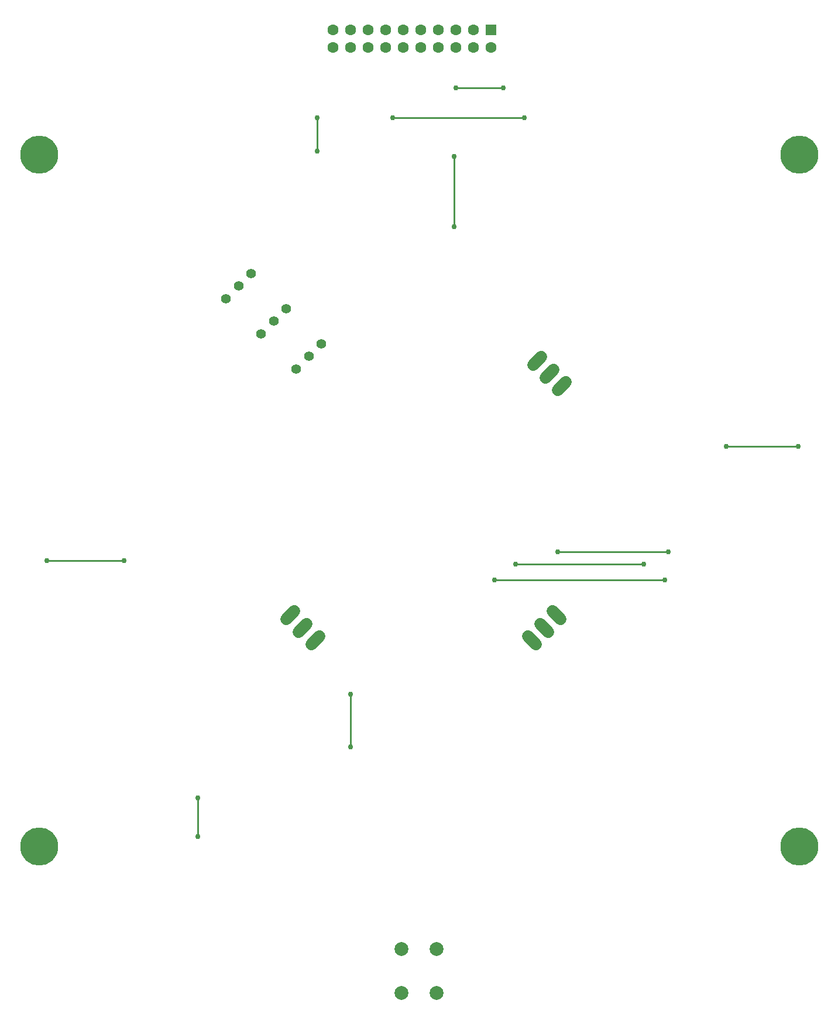
<source format=gbr>
G04 EAGLE Gerber RS-274X export*
G75*
%MOMM*%
%FSLAX34Y34*%
%LPD*%
%INTop Copper*%
%IPPOS*%
%AMOC8*
5,1,8,0,0,1.08239X$1,22.5*%
G01*
%ADD10C,1.400000*%
%ADD11C,2.000000*%
%ADD12R,1.600000X1.600000*%
%ADD13C,1.600000*%
%ADD14C,1.676400*%
%ADD15C,0.756400*%
%ADD16C,0.254000*%
%ADD17C,5.500000*%


D10*
X622300Y990600D03*
X640261Y1008561D03*
X658221Y1026521D03*
X571500Y1041400D03*
X589461Y1059361D03*
X607421Y1077321D03*
X520700Y1092200D03*
X538661Y1110161D03*
X556621Y1128121D03*
D11*
X774700Y152400D03*
X825500Y152400D03*
X825500Y88900D03*
X774700Y88900D03*
D12*
X904240Y1480820D03*
D13*
X904240Y1455420D03*
X878840Y1480820D03*
X878840Y1455420D03*
X853440Y1480820D03*
X853440Y1455420D03*
X828040Y1480820D03*
X828040Y1455420D03*
X802640Y1480820D03*
X802640Y1455420D03*
X777240Y1480820D03*
X777240Y1455420D03*
X751840Y1480820D03*
X751840Y1455420D03*
X726440Y1480820D03*
X726440Y1455420D03*
X701040Y1480820D03*
X701040Y1455420D03*
X675640Y1480820D03*
X675640Y1455420D03*
D14*
X993292Y640289D02*
X1005146Y628435D01*
X987186Y610474D02*
X975332Y622328D01*
X957371Y604368D02*
X969225Y592514D01*
X655529Y604368D02*
X643675Y592514D01*
X625714Y610474D02*
X637568Y622328D01*
X619608Y640289D02*
X607754Y628435D01*
X964991Y995832D02*
X976845Y1007686D01*
X994806Y989726D02*
X982952Y977872D01*
X1000912Y959911D02*
X1012766Y971765D01*
D15*
X652780Y1305560D03*
D16*
X652780Y1353820D01*
D15*
X652780Y1353820D03*
X909320Y685800D03*
D16*
X1155700Y685800D01*
D15*
X1155700Y685800D03*
X762000Y1353820D03*
D16*
X952500Y1353820D01*
D15*
X952500Y1353820D03*
X939800Y708660D03*
D16*
X1125220Y708660D01*
D15*
X1125220Y708660D03*
X373380Y713740D03*
D16*
X261620Y713740D01*
D15*
X261620Y713740D03*
X853440Y1397000D03*
D16*
X922020Y1397000D01*
D15*
X922020Y1397000D03*
D17*
X250000Y1300000D03*
X1350000Y1300000D03*
X250000Y300000D03*
X1350000Y300000D03*
D15*
X701040Y444500D03*
X701040Y520700D03*
D16*
X701040Y444500D01*
D15*
X1244600Y878840D03*
D16*
X1348740Y878840D01*
D15*
X1348740Y878840D03*
X480060Y370840D03*
D16*
X480060Y314960D01*
D15*
X480060Y314960D03*
X850900Y1297940D03*
D16*
X850900Y1196340D01*
D15*
X850900Y1196340D03*
X1000760Y726440D03*
D16*
X1160780Y726440D01*
D15*
X1160780Y726440D03*
M02*

</source>
